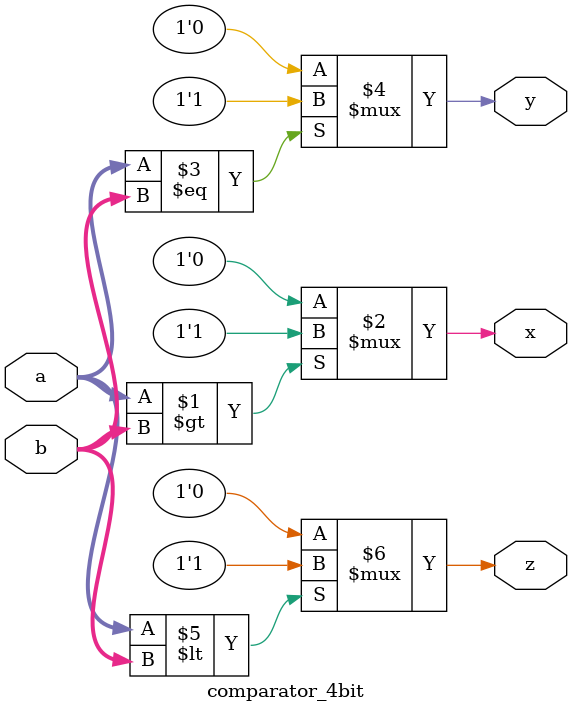
<source format=v>
`timescale 1ns / 1ps


module comparator_4bit(a, b, x, y, z);

input [3:0] a, b;

output x, y, z;

wire x, y, z;

// x : A>B case
assign x = (a > b) ? 1'b1: 1'b0;

// y : A=B case
assign y = (a == b) ? 1'b1: 1'b0;

// z : A<B case
assign z = (a < b) ? 1'b1: 1'b0;

endmodule

</source>
